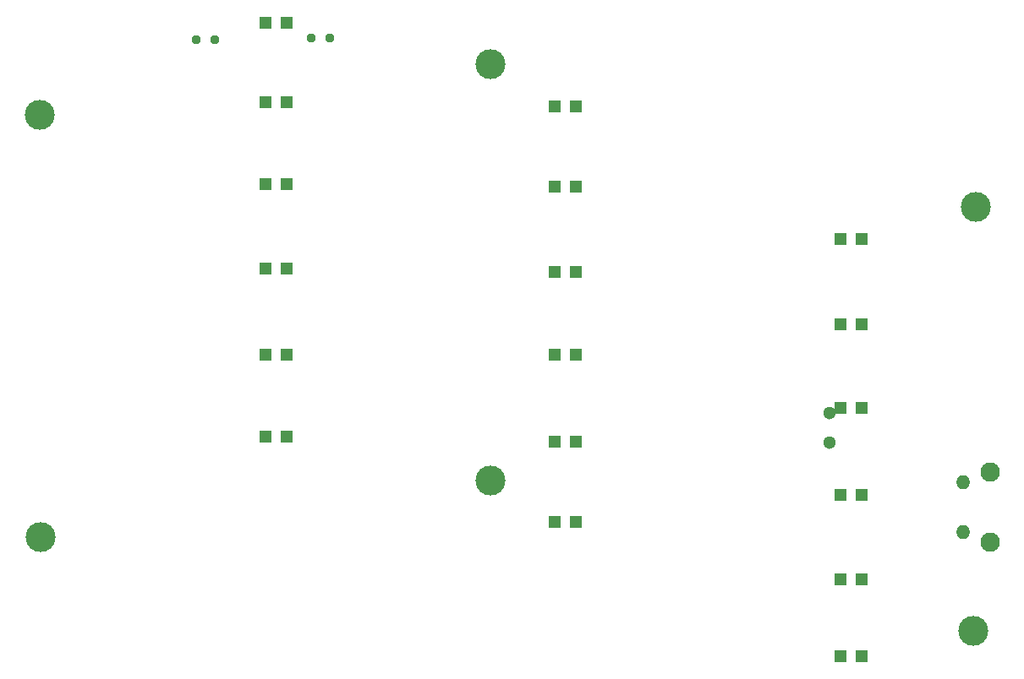
<source format=gts>
G04 #@! TF.GenerationSoftware,KiCad,Pcbnew,(5.0.0-rc3-dev-5-g0013e0cad)*
G04 #@! TF.CreationDate,2018-07-11T14:46:06+01:00*
G04 #@! TF.ProjectId,Pride Badge,50726964652042616467652E6B696361,rev?*
G04 #@! TF.SameCoordinates,Original*
G04 #@! TF.FileFunction,Soldermask,Top*
G04 #@! TF.FilePolarity,Negative*
%FSLAX46Y46*%
G04 Gerber Fmt 4.6, Leading zero omitted, Abs format (unit mm)*
G04 Created by KiCad (PCBNEW (5.0.0-rc3-dev-5-g0013e0cad)) date 07/11/18 14:46:06*
%MOMM*%
%LPD*%
G01*
G04 APERTURE LIST*
%ADD10O,1.400000X1.400000*%
%ADD11O,1.950000X1.950000*%
%ADD12C,3.000200*%
%ADD13R,1.200000X1.300000*%
%ADD14C,0.950000*%
%ADD15C,1.300000*%
G04 APERTURE END LIST*
D10*
G04 #@! TO.C,J1*
X158387460Y-102199100D03*
X158387460Y-107199100D03*
D11*
X161087460Y-101199100D03*
X161087460Y-108199100D03*
G04 #@! TD*
D12*
G04 #@! TO.C,REF\002A\002A*
X111100000Y-102050000D03*
G04 #@! TD*
D13*
G04 #@! TO.C,DA1*
X88550000Y-56100000D03*
X90650000Y-56100000D03*
G04 #@! TD*
G04 #@! TO.C,DA2*
X119600000Y-64550000D03*
X117500000Y-64550000D03*
G04 #@! TD*
G04 #@! TO.C,DA3*
X146150000Y-77850000D03*
X148250000Y-77850000D03*
G04 #@! TD*
G04 #@! TO.C,DB1*
X90650000Y-64100000D03*
X88550000Y-64100000D03*
G04 #@! TD*
G04 #@! TO.C,DB2*
X119600000Y-72600000D03*
X117500000Y-72600000D03*
G04 #@! TD*
G04 #@! TO.C,DB3*
X148250000Y-86400000D03*
X146150000Y-86400000D03*
G04 #@! TD*
G04 #@! TO.C,DC1*
X88550000Y-72300000D03*
X90650000Y-72300000D03*
G04 #@! TD*
G04 #@! TO.C,DC2*
X119600000Y-81150000D03*
X117500000Y-81150000D03*
G04 #@! TD*
G04 #@! TO.C,DC3*
X146150000Y-94750000D03*
X148250000Y-94750000D03*
G04 #@! TD*
G04 #@! TO.C,DD1*
X90650000Y-80750000D03*
X88550000Y-80750000D03*
G04 #@! TD*
G04 #@! TO.C,DD2*
X117500000Y-89450000D03*
X119600000Y-89450000D03*
G04 #@! TD*
G04 #@! TO.C,DD3*
X148250000Y-103450000D03*
X146150000Y-103450000D03*
G04 #@! TD*
G04 #@! TO.C,DE1*
X88550000Y-89450000D03*
X90650000Y-89450000D03*
G04 #@! TD*
G04 #@! TO.C,DE2*
X119600000Y-98100000D03*
X117500000Y-98100000D03*
G04 #@! TD*
G04 #@! TO.C,DE3*
X146150000Y-111950000D03*
X148250000Y-111950000D03*
G04 #@! TD*
G04 #@! TO.C,DF1*
X90650000Y-97600000D03*
X88550000Y-97600000D03*
G04 #@! TD*
G04 #@! TO.C,DF2*
X117500000Y-106150000D03*
X119600000Y-106150000D03*
G04 #@! TD*
G04 #@! TO.C,DF3*
X146150000Y-119650000D03*
X148250000Y-119650000D03*
G04 #@! TD*
D14*
G04 #@! TO.C,SW4*
X81600000Y-57800000D03*
X83500000Y-57800000D03*
G04 #@! TD*
D12*
G04 #@! TO.C,REF\002A\002A*
X65900000Y-65400000D03*
G04 #@! TD*
G04 #@! TO.C,REF\002A\002A*
X66000000Y-107700000D03*
G04 #@! TD*
G04 #@! TO.C,REF\002A\002A*
X159450000Y-117100000D03*
G04 #@! TD*
G04 #@! TO.C,REF\002A\002A*
X159700000Y-74600000D03*
G04 #@! TD*
G04 #@! TO.C,REF\002A\002A*
X111100000Y-60300000D03*
G04 #@! TD*
D15*
G04 #@! TO.C,SW7*
X145005001Y-98224999D03*
X145005001Y-95224999D03*
G04 #@! TD*
D14*
G04 #@! TO.C,SW5*
X93100000Y-57650000D03*
X95000000Y-57650000D03*
G04 #@! TD*
M02*

</source>
